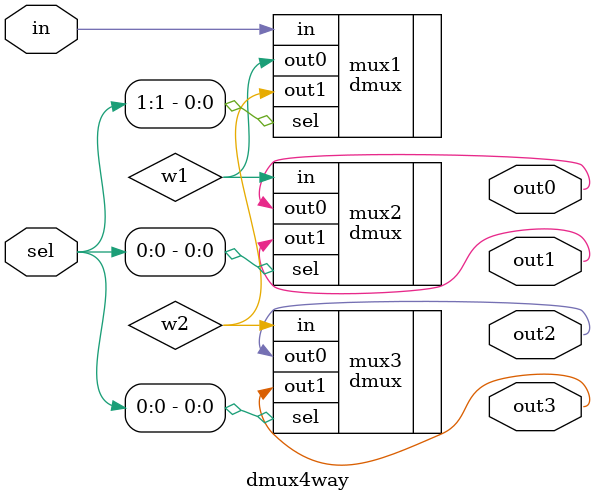
<source format=v>
`include "dmux.v"

module dmux4way(
    input in, 
    input [1:0] sel,
    output out0, out1, out2, out3
);

wire w1, w2;

dmux mux1(
    .in(in),
    .sel(sel[1]),
    .out0(w1),
    .out1(w2)
);

dmux mux2(
    .in(w1),
    .sel(sel[0]),
    .out0(out0),
    .out1(out1)
);

dmux mux3(
    .in(w2),
    .sel(sel[0]),
    .out0(out2),
    .out1(out3)
);

endmodule
</source>
